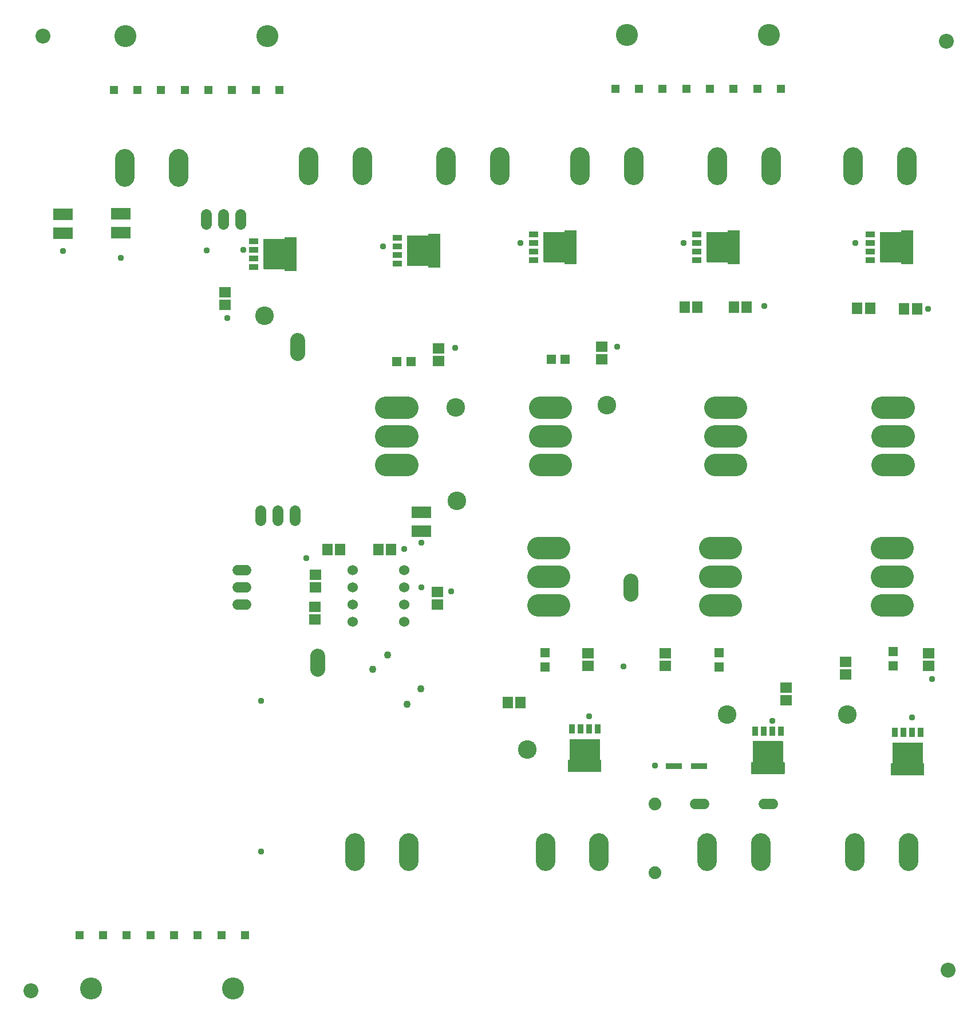
<source format=gbr>
G04 EAGLE Gerber X2 export*
%TF.Part,Single*%
%TF.FileFunction,Soldermask,Top,1*%
%TF.FilePolarity,Negative*%
%TF.GenerationSoftware,Autodesk,EAGLE,9.1.3*%
%TF.CreationDate,2018-11-12T20:02:43Z*%
G75*
%MOMM*%
%FSLAX34Y34*%
%LPD*%
%AMOC8*
5,1,8,0,0,1.08239X$1,22.5*%
G01*
%ADD10C,2.203200*%
%ADD11R,0.903200X1.353200*%
%ADD12C,2.903200*%
%ADD13R,1.353200X0.903200*%
%ADD14R,1.703200X1.503200*%
%ADD15R,2.403200X0.853200*%
%ADD16C,1.879600*%
%ADD17C,1.524000*%
%ADD18C,3.319200*%
%ADD19R,1.403200X1.403200*%
%ADD20R,1.503200X1.703200*%
%ADD21R,2.903200X1.803200*%
%ADD22C,1.524000*%
%ADD23C,2.743200*%
%ADD24C,2.184400*%
%ADD25R,1.311200X1.311200*%
%ADD26C,3.253200*%
%ADD27C,1.625600*%
%ADD28C,0.959600*%
%ADD29C,1.103200*%

G36*
X1449255Y133807D02*
X1449255Y133807D01*
X1449321Y133809D01*
X1449364Y133827D01*
X1449411Y133835D01*
X1449468Y133869D01*
X1449528Y133894D01*
X1449563Y133925D01*
X1449604Y133950D01*
X1449646Y134001D01*
X1449694Y134045D01*
X1449716Y134087D01*
X1449745Y134124D01*
X1449766Y134186D01*
X1449797Y134245D01*
X1449805Y134299D01*
X1449817Y134336D01*
X1449816Y134376D01*
X1449824Y134430D01*
X1449824Y150930D01*
X1449813Y150995D01*
X1449811Y151061D01*
X1449793Y151104D01*
X1449785Y151151D01*
X1449751Y151208D01*
X1449726Y151268D01*
X1449695Y151303D01*
X1449670Y151344D01*
X1449619Y151386D01*
X1449575Y151434D01*
X1449533Y151456D01*
X1449496Y151485D01*
X1449434Y151506D01*
X1449375Y151537D01*
X1449321Y151545D01*
X1449284Y151557D01*
X1449244Y151556D01*
X1449190Y151564D01*
X1447324Y151564D01*
X1447324Y181930D01*
X1447313Y181995D01*
X1447311Y182061D01*
X1447293Y182104D01*
X1447285Y182151D01*
X1447251Y182208D01*
X1447226Y182268D01*
X1447195Y182303D01*
X1447170Y182344D01*
X1447119Y182386D01*
X1447075Y182434D01*
X1447033Y182456D01*
X1446996Y182485D01*
X1446934Y182506D01*
X1446875Y182537D01*
X1446821Y182545D01*
X1446784Y182557D01*
X1446744Y182556D01*
X1446690Y182564D01*
X1403190Y182564D01*
X1403125Y182553D01*
X1403059Y182551D01*
X1403016Y182533D01*
X1402969Y182525D01*
X1402912Y182491D01*
X1402852Y182466D01*
X1402817Y182435D01*
X1402776Y182410D01*
X1402735Y182359D01*
X1402686Y182315D01*
X1402664Y182273D01*
X1402635Y182236D01*
X1402614Y182174D01*
X1402583Y182115D01*
X1402575Y182061D01*
X1402563Y182024D01*
X1402564Y181984D01*
X1402556Y181930D01*
X1402556Y151564D01*
X1400690Y151564D01*
X1400625Y151553D01*
X1400559Y151551D01*
X1400516Y151533D01*
X1400469Y151525D01*
X1400412Y151491D01*
X1400352Y151466D01*
X1400317Y151435D01*
X1400276Y151410D01*
X1400235Y151359D01*
X1400186Y151315D01*
X1400164Y151273D01*
X1400135Y151236D01*
X1400114Y151174D01*
X1400083Y151115D01*
X1400075Y151061D01*
X1400063Y151024D01*
X1400063Y151015D01*
X1400063Y151014D01*
X1400064Y150983D01*
X1400056Y150930D01*
X1400056Y134430D01*
X1400067Y134365D01*
X1400069Y134299D01*
X1400087Y134256D01*
X1400095Y134209D01*
X1400129Y134152D01*
X1400154Y134092D01*
X1400185Y134057D01*
X1400210Y134016D01*
X1400261Y133975D01*
X1400305Y133926D01*
X1400347Y133904D01*
X1400384Y133875D01*
X1400446Y133854D01*
X1400505Y133823D01*
X1400559Y133815D01*
X1400596Y133803D01*
X1400636Y133804D01*
X1400690Y133796D01*
X1449190Y133796D01*
X1449255Y133807D01*
G37*
G36*
X1242725Y135727D02*
X1242725Y135727D01*
X1242791Y135729D01*
X1242834Y135747D01*
X1242881Y135755D01*
X1242938Y135789D01*
X1242998Y135814D01*
X1243033Y135845D01*
X1243074Y135870D01*
X1243116Y135921D01*
X1243164Y135965D01*
X1243186Y136007D01*
X1243215Y136044D01*
X1243236Y136106D01*
X1243267Y136165D01*
X1243275Y136219D01*
X1243287Y136256D01*
X1243286Y136296D01*
X1243294Y136350D01*
X1243294Y152850D01*
X1243283Y152915D01*
X1243281Y152981D01*
X1243263Y153024D01*
X1243255Y153071D01*
X1243221Y153128D01*
X1243196Y153188D01*
X1243165Y153223D01*
X1243140Y153264D01*
X1243089Y153306D01*
X1243045Y153354D01*
X1243003Y153376D01*
X1242966Y153405D01*
X1242904Y153426D01*
X1242845Y153457D01*
X1242791Y153465D01*
X1242754Y153477D01*
X1242714Y153476D01*
X1242660Y153484D01*
X1240794Y153484D01*
X1240794Y183850D01*
X1240783Y183915D01*
X1240781Y183981D01*
X1240763Y184024D01*
X1240755Y184071D01*
X1240721Y184128D01*
X1240696Y184188D01*
X1240665Y184223D01*
X1240640Y184264D01*
X1240589Y184306D01*
X1240545Y184354D01*
X1240503Y184376D01*
X1240466Y184405D01*
X1240404Y184426D01*
X1240345Y184457D01*
X1240291Y184465D01*
X1240254Y184477D01*
X1240214Y184476D01*
X1240160Y184484D01*
X1196660Y184484D01*
X1196595Y184473D01*
X1196529Y184471D01*
X1196486Y184453D01*
X1196439Y184445D01*
X1196382Y184411D01*
X1196322Y184386D01*
X1196287Y184355D01*
X1196246Y184330D01*
X1196205Y184279D01*
X1196156Y184235D01*
X1196134Y184193D01*
X1196105Y184156D01*
X1196084Y184094D01*
X1196053Y184035D01*
X1196045Y183981D01*
X1196033Y183944D01*
X1196034Y183904D01*
X1196026Y183850D01*
X1196026Y153484D01*
X1194160Y153484D01*
X1194095Y153473D01*
X1194029Y153471D01*
X1193986Y153453D01*
X1193939Y153445D01*
X1193882Y153411D01*
X1193822Y153386D01*
X1193787Y153355D01*
X1193746Y153330D01*
X1193705Y153279D01*
X1193656Y153235D01*
X1193634Y153193D01*
X1193605Y153156D01*
X1193584Y153094D01*
X1193553Y153035D01*
X1193545Y152981D01*
X1193533Y152944D01*
X1193533Y152935D01*
X1193533Y152934D01*
X1193534Y152903D01*
X1193526Y152850D01*
X1193526Y136350D01*
X1193537Y136285D01*
X1193539Y136219D01*
X1193557Y136176D01*
X1193565Y136129D01*
X1193599Y136072D01*
X1193624Y136012D01*
X1193655Y135977D01*
X1193680Y135936D01*
X1193731Y135895D01*
X1193775Y135846D01*
X1193817Y135824D01*
X1193854Y135795D01*
X1193916Y135774D01*
X1193975Y135743D01*
X1194029Y135735D01*
X1194066Y135723D01*
X1194106Y135724D01*
X1194160Y135716D01*
X1242660Y135716D01*
X1242725Y135727D01*
G37*
G36*
X971735Y138887D02*
X971735Y138887D01*
X971801Y138889D01*
X971844Y138907D01*
X971891Y138915D01*
X971948Y138949D01*
X972008Y138974D01*
X972043Y139005D01*
X972084Y139030D01*
X972126Y139081D01*
X972174Y139125D01*
X972196Y139167D01*
X972225Y139204D01*
X972246Y139266D01*
X972277Y139325D01*
X972285Y139379D01*
X972297Y139416D01*
X972296Y139456D01*
X972304Y139510D01*
X972304Y156010D01*
X972293Y156075D01*
X972291Y156141D01*
X972273Y156184D01*
X972265Y156231D01*
X972231Y156288D01*
X972206Y156348D01*
X972175Y156383D01*
X972150Y156424D01*
X972099Y156466D01*
X972055Y156514D01*
X972013Y156536D01*
X971976Y156565D01*
X971914Y156586D01*
X971855Y156617D01*
X971801Y156625D01*
X971764Y156637D01*
X971724Y156636D01*
X971670Y156644D01*
X969804Y156644D01*
X969804Y187010D01*
X969793Y187075D01*
X969791Y187141D01*
X969773Y187184D01*
X969765Y187231D01*
X969731Y187288D01*
X969706Y187348D01*
X969675Y187383D01*
X969650Y187424D01*
X969599Y187466D01*
X969555Y187514D01*
X969513Y187536D01*
X969476Y187565D01*
X969414Y187586D01*
X969355Y187617D01*
X969301Y187625D01*
X969264Y187637D01*
X969224Y187636D01*
X969170Y187644D01*
X925670Y187644D01*
X925605Y187633D01*
X925539Y187631D01*
X925496Y187613D01*
X925449Y187605D01*
X925392Y187571D01*
X925332Y187546D01*
X925297Y187515D01*
X925256Y187490D01*
X925215Y187439D01*
X925166Y187395D01*
X925144Y187353D01*
X925115Y187316D01*
X925094Y187254D01*
X925063Y187195D01*
X925055Y187141D01*
X925043Y187104D01*
X925044Y187064D01*
X925036Y187010D01*
X925036Y156644D01*
X923170Y156644D01*
X923105Y156633D01*
X923039Y156631D01*
X922996Y156613D01*
X922949Y156605D01*
X922892Y156571D01*
X922832Y156546D01*
X922797Y156515D01*
X922756Y156490D01*
X922715Y156439D01*
X922666Y156395D01*
X922644Y156353D01*
X922615Y156316D01*
X922594Y156254D01*
X922563Y156195D01*
X922555Y156141D01*
X922543Y156104D01*
X922543Y156095D01*
X922543Y156094D01*
X922544Y156063D01*
X922536Y156010D01*
X922536Y139510D01*
X922547Y139445D01*
X922549Y139379D01*
X922567Y139336D01*
X922575Y139289D01*
X922609Y139232D01*
X922634Y139172D01*
X922665Y139137D01*
X922690Y139096D01*
X922741Y139055D01*
X922785Y139006D01*
X922827Y138984D01*
X922864Y138955D01*
X922926Y138934D01*
X922985Y138903D01*
X923039Y138895D01*
X923076Y138883D01*
X923116Y138884D01*
X923170Y138876D01*
X971670Y138876D01*
X971735Y138887D01*
G37*
G36*
X733232Y884315D02*
X733232Y884315D01*
X733297Y884317D01*
X733341Y884335D01*
X733388Y884343D01*
X733444Y884377D01*
X733505Y884401D01*
X733540Y884433D01*
X733581Y884457D01*
X733622Y884508D01*
X733671Y884553D01*
X733692Y884595D01*
X733722Y884632D01*
X733743Y884694D01*
X733773Y884752D01*
X733782Y884807D01*
X733794Y884844D01*
X733793Y884883D01*
X733801Y884938D01*
X733801Y933438D01*
X733789Y933503D01*
X733787Y933568D01*
X733770Y933612D01*
X733761Y933659D01*
X733728Y933715D01*
X733703Y933776D01*
X733671Y933811D01*
X733647Y933852D01*
X733596Y933893D01*
X733552Y933942D01*
X733510Y933964D01*
X733473Y933993D01*
X733411Y934014D01*
X733352Y934044D01*
X733298Y934053D01*
X733261Y934065D01*
X733221Y934064D01*
X733167Y934072D01*
X716667Y934072D01*
X716602Y934060D01*
X716536Y934059D01*
X716493Y934041D01*
X716446Y934032D01*
X716389Y933999D01*
X716328Y933974D01*
X716294Y933942D01*
X716253Y933918D01*
X716211Y933867D01*
X716163Y933823D01*
X716141Y933781D01*
X716111Y933744D01*
X716090Y933682D01*
X716060Y933623D01*
X716052Y933569D01*
X716040Y933532D01*
X716041Y933492D01*
X716033Y933438D01*
X716033Y931572D01*
X685667Y931572D01*
X685602Y931560D01*
X685536Y931559D01*
X685493Y931541D01*
X685446Y931532D01*
X685389Y931499D01*
X685328Y931474D01*
X685294Y931442D01*
X685253Y931418D01*
X685211Y931367D01*
X685163Y931323D01*
X685141Y931281D01*
X685111Y931244D01*
X685090Y931182D01*
X685060Y931123D01*
X685052Y931069D01*
X685040Y931032D01*
X685041Y930992D01*
X685033Y930938D01*
X685033Y887438D01*
X685044Y887373D01*
X685046Y887307D01*
X685064Y887264D01*
X685072Y887217D01*
X685106Y887160D01*
X685130Y887099D01*
X685162Y887065D01*
X685186Y887024D01*
X685237Y886982D01*
X685282Y886934D01*
X685324Y886912D01*
X685361Y886882D01*
X685423Y886861D01*
X685481Y886831D01*
X685536Y886823D01*
X685573Y886811D01*
X685612Y886812D01*
X685667Y886804D01*
X716033Y886804D01*
X716033Y884938D01*
X716044Y884873D01*
X716046Y884807D01*
X716064Y884764D01*
X716072Y884717D01*
X716106Y884660D01*
X716130Y884599D01*
X716162Y884565D01*
X716186Y884524D01*
X716237Y884482D01*
X716282Y884434D01*
X716324Y884412D01*
X716361Y884382D01*
X716423Y884361D01*
X716481Y884331D01*
X716536Y884323D01*
X716573Y884311D01*
X716612Y884312D01*
X716667Y884304D01*
X733167Y884304D01*
X733232Y884315D01*
G37*
G36*
X1432815Y889527D02*
X1432815Y889527D01*
X1432881Y889529D01*
X1432924Y889547D01*
X1432971Y889555D01*
X1433028Y889589D01*
X1433088Y889614D01*
X1433123Y889645D01*
X1433164Y889670D01*
X1433206Y889721D01*
X1433254Y889765D01*
X1433276Y889807D01*
X1433305Y889844D01*
X1433326Y889906D01*
X1433357Y889965D01*
X1433365Y890019D01*
X1433377Y890056D01*
X1433376Y890096D01*
X1433384Y890150D01*
X1433384Y938650D01*
X1433373Y938715D01*
X1433371Y938781D01*
X1433353Y938824D01*
X1433345Y938871D01*
X1433311Y938928D01*
X1433286Y938988D01*
X1433255Y939023D01*
X1433230Y939064D01*
X1433179Y939106D01*
X1433135Y939154D01*
X1433093Y939176D01*
X1433056Y939205D01*
X1432994Y939226D01*
X1432935Y939257D01*
X1432881Y939265D01*
X1432844Y939277D01*
X1432804Y939276D01*
X1432750Y939284D01*
X1416250Y939284D01*
X1416185Y939273D01*
X1416119Y939271D01*
X1416076Y939253D01*
X1416029Y939245D01*
X1415972Y939211D01*
X1415912Y939186D01*
X1415877Y939155D01*
X1415836Y939130D01*
X1415795Y939079D01*
X1415746Y939035D01*
X1415724Y938993D01*
X1415695Y938956D01*
X1415674Y938894D01*
X1415643Y938835D01*
X1415635Y938781D01*
X1415623Y938744D01*
X1415624Y938704D01*
X1415616Y938650D01*
X1415616Y936784D01*
X1385250Y936784D01*
X1385185Y936773D01*
X1385119Y936771D01*
X1385076Y936753D01*
X1385029Y936745D01*
X1384972Y936711D01*
X1384912Y936686D01*
X1384877Y936655D01*
X1384836Y936630D01*
X1384795Y936579D01*
X1384746Y936535D01*
X1384724Y936493D01*
X1384695Y936456D01*
X1384674Y936394D01*
X1384643Y936335D01*
X1384635Y936281D01*
X1384623Y936244D01*
X1384624Y936204D01*
X1384616Y936150D01*
X1384616Y892650D01*
X1384627Y892585D01*
X1384629Y892519D01*
X1384647Y892476D01*
X1384655Y892429D01*
X1384689Y892372D01*
X1384714Y892312D01*
X1384745Y892277D01*
X1384770Y892236D01*
X1384821Y892195D01*
X1384865Y892146D01*
X1384907Y892124D01*
X1384944Y892095D01*
X1385006Y892074D01*
X1385065Y892043D01*
X1385119Y892035D01*
X1385156Y892023D01*
X1385196Y892024D01*
X1385250Y892016D01*
X1415616Y892016D01*
X1415616Y890150D01*
X1415627Y890085D01*
X1415629Y890019D01*
X1415647Y889976D01*
X1415655Y889929D01*
X1415689Y889872D01*
X1415714Y889812D01*
X1415745Y889777D01*
X1415770Y889736D01*
X1415821Y889695D01*
X1415865Y889646D01*
X1415907Y889624D01*
X1415944Y889595D01*
X1416006Y889574D01*
X1416065Y889543D01*
X1416119Y889535D01*
X1416156Y889523D01*
X1416196Y889524D01*
X1416250Y889516D01*
X1432750Y889516D01*
X1432815Y889527D01*
G37*
G36*
X934975Y889527D02*
X934975Y889527D01*
X935041Y889529D01*
X935084Y889547D01*
X935131Y889555D01*
X935188Y889589D01*
X935248Y889614D01*
X935283Y889645D01*
X935324Y889670D01*
X935366Y889721D01*
X935414Y889765D01*
X935436Y889807D01*
X935465Y889844D01*
X935486Y889906D01*
X935517Y889965D01*
X935525Y890019D01*
X935537Y890056D01*
X935536Y890096D01*
X935544Y890150D01*
X935544Y938650D01*
X935533Y938715D01*
X935531Y938781D01*
X935513Y938824D01*
X935505Y938871D01*
X935471Y938928D01*
X935446Y938988D01*
X935415Y939023D01*
X935390Y939064D01*
X935339Y939106D01*
X935295Y939154D01*
X935253Y939176D01*
X935216Y939205D01*
X935154Y939226D01*
X935095Y939257D01*
X935041Y939265D01*
X935004Y939277D01*
X934964Y939276D01*
X934910Y939284D01*
X918410Y939284D01*
X918345Y939273D01*
X918279Y939271D01*
X918236Y939253D01*
X918189Y939245D01*
X918132Y939211D01*
X918072Y939186D01*
X918037Y939155D01*
X917996Y939130D01*
X917955Y939079D01*
X917906Y939035D01*
X917884Y938993D01*
X917855Y938956D01*
X917834Y938894D01*
X917803Y938835D01*
X917795Y938781D01*
X917783Y938744D01*
X917784Y938704D01*
X917776Y938650D01*
X917776Y936784D01*
X887410Y936784D01*
X887345Y936773D01*
X887279Y936771D01*
X887236Y936753D01*
X887189Y936745D01*
X887132Y936711D01*
X887072Y936686D01*
X887037Y936655D01*
X886996Y936630D01*
X886955Y936579D01*
X886906Y936535D01*
X886884Y936493D01*
X886855Y936456D01*
X886834Y936394D01*
X886803Y936335D01*
X886795Y936281D01*
X886783Y936244D01*
X886784Y936204D01*
X886776Y936150D01*
X886776Y892650D01*
X886787Y892585D01*
X886789Y892519D01*
X886807Y892476D01*
X886815Y892429D01*
X886849Y892372D01*
X886874Y892312D01*
X886905Y892277D01*
X886930Y892236D01*
X886981Y892195D01*
X887025Y892146D01*
X887067Y892124D01*
X887104Y892095D01*
X887166Y892074D01*
X887225Y892043D01*
X887279Y892035D01*
X887316Y892023D01*
X887356Y892024D01*
X887410Y892016D01*
X917776Y892016D01*
X917776Y890150D01*
X917787Y890085D01*
X917789Y890019D01*
X917807Y889976D01*
X917815Y889929D01*
X917849Y889872D01*
X917874Y889812D01*
X917905Y889777D01*
X917930Y889736D01*
X917981Y889695D01*
X918025Y889646D01*
X918067Y889624D01*
X918104Y889595D01*
X918166Y889574D01*
X918225Y889543D01*
X918279Y889535D01*
X918316Y889523D01*
X918356Y889524D01*
X918410Y889516D01*
X934910Y889516D01*
X934975Y889527D01*
G37*
G36*
X1176275Y889527D02*
X1176275Y889527D01*
X1176341Y889529D01*
X1176384Y889547D01*
X1176431Y889555D01*
X1176488Y889589D01*
X1176548Y889614D01*
X1176583Y889645D01*
X1176624Y889670D01*
X1176666Y889721D01*
X1176714Y889765D01*
X1176736Y889807D01*
X1176765Y889844D01*
X1176786Y889906D01*
X1176817Y889965D01*
X1176825Y890019D01*
X1176837Y890056D01*
X1176836Y890096D01*
X1176844Y890150D01*
X1176844Y938650D01*
X1176833Y938715D01*
X1176831Y938781D01*
X1176813Y938824D01*
X1176805Y938871D01*
X1176771Y938928D01*
X1176746Y938988D01*
X1176715Y939023D01*
X1176690Y939064D01*
X1176639Y939106D01*
X1176595Y939154D01*
X1176553Y939176D01*
X1176516Y939205D01*
X1176454Y939226D01*
X1176395Y939257D01*
X1176341Y939265D01*
X1176304Y939277D01*
X1176264Y939276D01*
X1176210Y939284D01*
X1159710Y939284D01*
X1159645Y939273D01*
X1159579Y939271D01*
X1159536Y939253D01*
X1159489Y939245D01*
X1159432Y939211D01*
X1159372Y939186D01*
X1159337Y939155D01*
X1159296Y939130D01*
X1159255Y939079D01*
X1159206Y939035D01*
X1159184Y938993D01*
X1159155Y938956D01*
X1159134Y938894D01*
X1159103Y938835D01*
X1159095Y938781D01*
X1159083Y938744D01*
X1159084Y938704D01*
X1159076Y938650D01*
X1159076Y936784D01*
X1128710Y936784D01*
X1128645Y936773D01*
X1128579Y936771D01*
X1128536Y936753D01*
X1128489Y936745D01*
X1128432Y936711D01*
X1128372Y936686D01*
X1128337Y936655D01*
X1128296Y936630D01*
X1128255Y936579D01*
X1128206Y936535D01*
X1128184Y936493D01*
X1128155Y936456D01*
X1128134Y936394D01*
X1128103Y936335D01*
X1128095Y936281D01*
X1128083Y936244D01*
X1128084Y936204D01*
X1128076Y936150D01*
X1128076Y892650D01*
X1128087Y892585D01*
X1128089Y892519D01*
X1128107Y892476D01*
X1128115Y892429D01*
X1128149Y892372D01*
X1128174Y892312D01*
X1128205Y892277D01*
X1128230Y892236D01*
X1128281Y892195D01*
X1128325Y892146D01*
X1128367Y892124D01*
X1128404Y892095D01*
X1128466Y892074D01*
X1128525Y892043D01*
X1128579Y892035D01*
X1128616Y892023D01*
X1128656Y892024D01*
X1128710Y892016D01*
X1159076Y892016D01*
X1159076Y890150D01*
X1159087Y890085D01*
X1159089Y890019D01*
X1159107Y889976D01*
X1159115Y889929D01*
X1159149Y889872D01*
X1159174Y889812D01*
X1159205Y889777D01*
X1159230Y889736D01*
X1159281Y889695D01*
X1159325Y889646D01*
X1159367Y889624D01*
X1159404Y889595D01*
X1159466Y889574D01*
X1159525Y889543D01*
X1159579Y889535D01*
X1159616Y889523D01*
X1159656Y889524D01*
X1159710Y889516D01*
X1176210Y889516D01*
X1176275Y889527D01*
G37*
G36*
X520955Y879367D02*
X520955Y879367D01*
X521021Y879369D01*
X521064Y879387D01*
X521111Y879395D01*
X521168Y879429D01*
X521228Y879454D01*
X521263Y879485D01*
X521304Y879510D01*
X521346Y879561D01*
X521394Y879605D01*
X521416Y879647D01*
X521445Y879684D01*
X521466Y879746D01*
X521497Y879805D01*
X521505Y879859D01*
X521517Y879896D01*
X521516Y879936D01*
X521524Y879990D01*
X521524Y928490D01*
X521513Y928555D01*
X521511Y928621D01*
X521493Y928664D01*
X521485Y928711D01*
X521451Y928768D01*
X521426Y928828D01*
X521395Y928863D01*
X521370Y928904D01*
X521319Y928946D01*
X521275Y928994D01*
X521233Y929016D01*
X521196Y929045D01*
X521134Y929066D01*
X521075Y929097D01*
X521021Y929105D01*
X520984Y929117D01*
X520944Y929116D01*
X520890Y929124D01*
X504390Y929124D01*
X504325Y929113D01*
X504259Y929111D01*
X504216Y929093D01*
X504169Y929085D01*
X504112Y929051D01*
X504052Y929026D01*
X504017Y928995D01*
X503976Y928970D01*
X503935Y928919D01*
X503886Y928875D01*
X503864Y928833D01*
X503835Y928796D01*
X503814Y928734D01*
X503783Y928675D01*
X503775Y928621D01*
X503763Y928584D01*
X503764Y928544D01*
X503756Y928490D01*
X503756Y926624D01*
X473390Y926624D01*
X473325Y926613D01*
X473259Y926611D01*
X473216Y926593D01*
X473169Y926585D01*
X473112Y926551D01*
X473052Y926526D01*
X473017Y926495D01*
X472976Y926470D01*
X472935Y926419D01*
X472886Y926375D01*
X472864Y926333D01*
X472835Y926296D01*
X472814Y926234D01*
X472783Y926175D01*
X472775Y926121D01*
X472763Y926084D01*
X472764Y926044D01*
X472756Y925990D01*
X472756Y882490D01*
X472767Y882425D01*
X472769Y882359D01*
X472787Y882316D01*
X472795Y882269D01*
X472829Y882212D01*
X472854Y882152D01*
X472885Y882117D01*
X472910Y882076D01*
X472961Y882035D01*
X473005Y881986D01*
X473047Y881964D01*
X473084Y881935D01*
X473146Y881914D01*
X473205Y881883D01*
X473259Y881875D01*
X473296Y881863D01*
X473336Y881864D01*
X473390Y881856D01*
X503756Y881856D01*
X503756Y879990D01*
X503767Y879925D01*
X503769Y879859D01*
X503787Y879816D01*
X503795Y879769D01*
X503829Y879712D01*
X503854Y879652D01*
X503885Y879617D01*
X503910Y879576D01*
X503961Y879535D01*
X504005Y879486D01*
X504047Y879464D01*
X504084Y879435D01*
X504146Y879414D01*
X504205Y879383D01*
X504259Y879375D01*
X504296Y879363D01*
X504336Y879364D01*
X504390Y879356D01*
X520890Y879356D01*
X520955Y879367D01*
G37*
D10*
X146800Y1226000D03*
X128400Y-184200D03*
X1482800Y1218800D03*
X1485200Y-154000D03*
D11*
X1405890Y197430D03*
X1418590Y197430D03*
X1431300Y197430D03*
X1443990Y197430D03*
X928370Y202510D03*
X941070Y202510D03*
X953780Y202510D03*
X966470Y202510D03*
D12*
X968770Y33700D02*
X968770Y6700D01*
X889770Y6700D02*
X889770Y33700D01*
X1426340Y33700D02*
X1426340Y6700D01*
X1347340Y6700D02*
X1347340Y33700D01*
X1207900Y33700D02*
X1207900Y6700D01*
X1128900Y6700D02*
X1128900Y33700D01*
X742820Y1020400D02*
X742820Y1047400D01*
X821820Y1047400D02*
X821820Y1020400D01*
X940940Y1020400D02*
X940940Y1047400D01*
X1019940Y1047400D02*
X1019940Y1020400D01*
X539620Y1020400D02*
X539620Y1047400D01*
X618620Y1047400D02*
X618620Y1020400D01*
X1144140Y1020400D02*
X1144140Y1047400D01*
X1223140Y1047400D02*
X1223140Y1020400D01*
X1344800Y1020400D02*
X1344800Y1047400D01*
X1423800Y1047400D02*
X1423800Y1020400D01*
D13*
X457890Y885190D03*
X457890Y897890D03*
X457890Y910600D03*
X457890Y923290D03*
D14*
X730120Y385870D03*
X730120Y404870D03*
D15*
X1079280Y147860D03*
X1116280Y147860D03*
D16*
X1051290Y91280D03*
X1051290Y-10320D03*
D17*
X1110996Y91440D02*
X1124204Y91440D01*
X1212596Y91440D02*
X1225804Y91440D01*
D18*
X1387770Y592510D02*
X1418930Y592510D01*
X1418930Y635000D02*
X1387770Y635000D01*
X1387770Y677490D02*
X1418930Y677490D01*
D13*
X670167Y890138D03*
X670167Y902838D03*
X670167Y915548D03*
X670167Y928238D03*
D18*
X684870Y592510D02*
X653710Y592510D01*
X653710Y635000D02*
X684870Y635000D01*
X684870Y677490D02*
X653710Y677490D01*
D13*
X871910Y895350D03*
X871910Y908050D03*
X871910Y920760D03*
X871910Y933450D03*
D18*
X881040Y592510D02*
X912200Y592510D01*
X912200Y635000D02*
X881040Y635000D01*
X881040Y677490D02*
X912200Y677490D01*
D13*
X1113210Y895350D03*
X1113210Y908050D03*
X1113210Y920760D03*
X1113210Y933450D03*
D19*
X889000Y315300D03*
X889000Y294300D03*
X1403590Y316850D03*
X1403590Y295850D03*
X1146490Y314910D03*
X1146490Y293910D03*
X690577Y745343D03*
X669577Y745343D03*
X918879Y748629D03*
X897879Y748629D03*
D14*
X952500Y314300D03*
X952500Y295300D03*
X548840Y383070D03*
X548840Y364070D03*
D20*
X833780Y241300D03*
X852780Y241300D03*
D14*
X1333500Y301600D03*
X1333500Y282600D03*
X1244990Y263500D03*
X1244990Y244500D03*
D20*
X1095400Y825500D03*
X1114400Y825500D03*
X1350660Y823930D03*
X1369660Y823930D03*
D14*
X1456240Y314300D03*
X1456240Y295300D03*
D20*
X1438850Y823220D03*
X1419850Y823220D03*
X1187240Y825560D03*
X1168240Y825560D03*
D14*
X1066800Y314300D03*
X1066800Y295300D03*
X731520Y745878D03*
X731520Y764878D03*
X972692Y748672D03*
X972692Y767672D03*
X415310Y848040D03*
X415310Y829040D03*
D13*
X1369750Y895350D03*
X1369750Y908050D03*
X1369750Y920760D03*
X1369750Y933450D03*
D12*
X687200Y33700D02*
X687200Y6700D01*
X608200Y6700D02*
X608200Y33700D01*
D11*
X1199360Y199350D03*
X1212060Y199350D03*
X1224770Y199350D03*
X1237460Y199350D03*
D18*
X1163660Y470480D02*
X1132500Y470480D01*
X1132500Y427990D02*
X1163660Y427990D01*
X1163660Y385500D02*
X1132500Y385500D01*
X1140120Y592510D02*
X1171280Y592510D01*
X1171280Y635000D02*
X1140120Y635000D01*
X1140120Y677490D02*
X1171280Y677490D01*
D12*
X267840Y1017860D02*
X267840Y1044860D01*
X346840Y1044860D02*
X346840Y1017860D01*
D20*
X586080Y467360D03*
X567080Y467360D03*
D21*
X705860Y495010D03*
X705860Y523010D03*
D14*
X549030Y411270D03*
X549030Y430270D03*
D17*
X447284Y385870D02*
X434076Y385870D01*
X434076Y436670D02*
X447284Y436670D01*
X447284Y411270D02*
X434076Y411270D01*
D22*
X680720Y360680D03*
X680720Y386080D03*
X604520Y386080D03*
X604520Y360680D03*
X680720Y411480D03*
X680720Y436880D03*
X604520Y411480D03*
X604520Y436880D03*
D20*
X642530Y467860D03*
X661530Y467860D03*
D23*
X758240Y539510D03*
X862490Y172030D03*
X1336040Y223520D03*
X1158240Y223520D03*
X756920Y677304D03*
X980440Y680720D03*
X474230Y812740D03*
D24*
X523240Y776986D02*
X523240Y757174D01*
X1016000Y421386D02*
X1016000Y401574D01*
X552540Y310136D02*
X552540Y290324D01*
D21*
X261860Y963990D03*
X261860Y935990D03*
X175740Y934590D03*
X175740Y962590D03*
D18*
X1386500Y385500D02*
X1417660Y385500D01*
X1417660Y427990D02*
X1386500Y427990D01*
X1386500Y470480D02*
X1417660Y470480D01*
X909660Y385500D02*
X878500Y385500D01*
X878500Y427990D02*
X909660Y427990D01*
X909660Y470480D02*
X878500Y470480D01*
D25*
X200280Y-102080D03*
X235280Y-102080D03*
X270280Y-102080D03*
X305280Y-102080D03*
X340280Y-102080D03*
X375280Y-102080D03*
X410280Y-102080D03*
X445280Y-102080D03*
D26*
X217800Y-181180D03*
X427800Y-181180D03*
D25*
X251080Y1146795D03*
X286080Y1146795D03*
X321080Y1146795D03*
X356080Y1146795D03*
X391080Y1146795D03*
X426080Y1146795D03*
X461080Y1146795D03*
X496080Y1146795D03*
D26*
X268600Y1225895D03*
X478600Y1225895D03*
D25*
X992760Y1148560D03*
X1027760Y1148560D03*
X1062760Y1148560D03*
X1097760Y1148560D03*
X1132760Y1148560D03*
X1167760Y1148560D03*
X1202760Y1148560D03*
X1237760Y1148560D03*
D26*
X1010280Y1227660D03*
X1220280Y1227660D03*
D27*
X468280Y524952D02*
X468280Y510728D01*
X493680Y510728D02*
X493680Y524952D01*
X519080Y524952D02*
X519080Y510728D01*
X438430Y948598D02*
X438430Y962822D01*
X413030Y962822D02*
X413030Y948598D01*
X387630Y948598D02*
X387630Y962822D01*
D28*
X1461200Y276400D03*
X1213000Y827800D03*
X1455600Y823200D03*
X755600Y765600D03*
X995600Y767600D03*
X419200Y810000D03*
X175800Y908800D03*
X852400Y920600D03*
X649000Y915600D03*
X1347800Y920400D03*
X1431400Y219400D03*
X1224800Y214400D03*
X954200Y221000D03*
X442400Y910600D03*
X1094200Y920400D03*
X1004800Y295000D03*
X1051400Y148000D03*
X388800Y909800D03*
D29*
X634000Y290200D03*
X685000Y239200D03*
X655800Y311400D03*
X705400Y261800D03*
D28*
X680800Y468000D03*
X750200Y405800D03*
X536000Y454800D03*
X261400Y898400D03*
X706120Y411480D03*
X706120Y477520D03*
X468880Y21700D03*
X468800Y244000D03*
M02*

</source>
